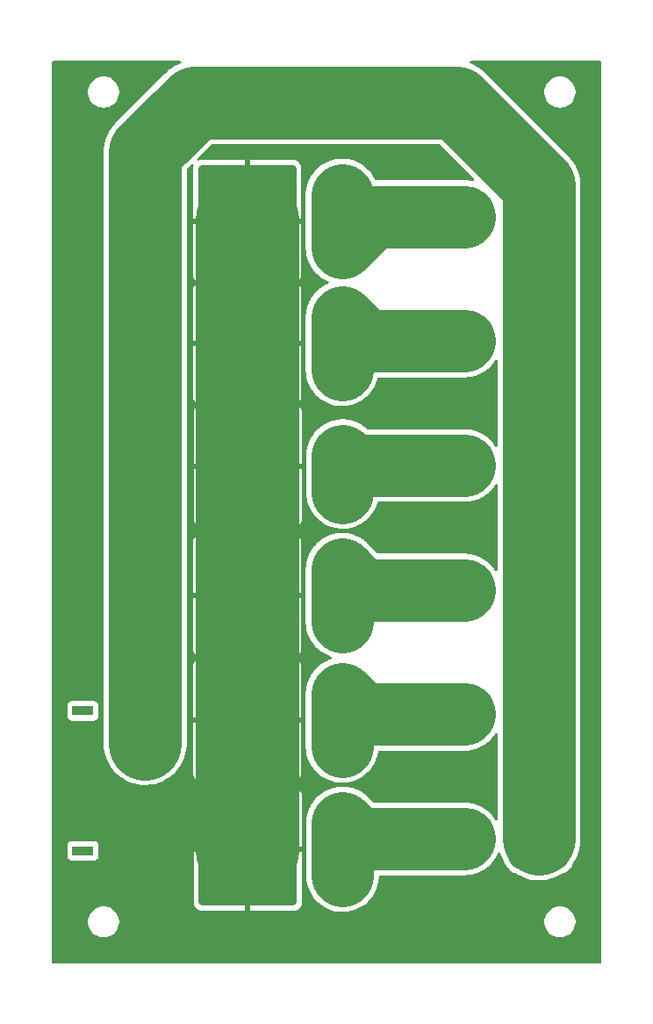
<source format=gtl>
G04 #@! TF.GenerationSoftware,KiCad,Pcbnew,7.0.1*
G04 #@! TF.CreationDate,2023-04-21T09:31:29-07:00*
G04 #@! TF.ProjectId,xt60_array,78743630-5f61-4727-9261-792e6b696361,rev?*
G04 #@! TF.SameCoordinates,Original*
G04 #@! TF.FileFunction,Copper,L1,Top*
G04 #@! TF.FilePolarity,Positive*
%FSLAX46Y46*%
G04 Gerber Fmt 4.6, Leading zero omitted, Abs format (unit mm)*
G04 Created by KiCad (PCBNEW 7.0.1) date 2023-04-21 09:31:29*
%MOMM*%
%LPD*%
G01*
G04 APERTURE LIST*
G04 Aperture macros list*
%AMRoundRect*
0 Rectangle with rounded corners*
0 $1 Rounding radius*
0 $2 $3 $4 $5 $6 $7 $8 $9 X,Y pos of 4 corners*
0 Add a 4 corners polygon primitive as box body*
4,1,4,$2,$3,$4,$5,$6,$7,$8,$9,$2,$3,0*
0 Add four circle primitives for the rounded corners*
1,1,$1+$1,$2,$3*
1,1,$1+$1,$4,$5*
1,1,$1+$1,$6,$7*
1,1,$1+$1,$8,$9*
0 Add four rect primitives between the rounded corners*
20,1,$1+$1,$2,$3,$4,$5,0*
20,1,$1+$1,$4,$5,$6,$7,0*
20,1,$1+$1,$6,$7,$8,$9,0*
20,1,$1+$1,$8,$9,$2,$3,0*%
G04 Aperture macros list end*
G04 #@! TA.AperFunction,SMDPad,CuDef*
%ADD10RoundRect,0.250000X4.450000X5.150000X-4.450000X5.150000X-4.450000X-5.150000X4.450000X-5.150000X0*%
G04 #@! TD*
G04 #@! TA.AperFunction,SMDPad,CuDef*
%ADD11RoundRect,0.275000X2.025000X0.275000X-2.025000X0.275000X-2.025000X-0.275000X2.025000X-0.275000X0*%
G04 #@! TD*
G04 #@! TA.AperFunction,ComponentPad*
%ADD12RoundRect,1.500000X1.500000X1.500000X-1.500000X1.500000X-1.500000X-1.500000X1.500000X-1.500000X0*%
G04 #@! TD*
G04 #@! TA.AperFunction,ComponentPad*
%ADD13C,6.000000*%
G04 #@! TD*
G04 #@! TA.AperFunction,ComponentPad*
%ADD14R,2.000000X0.900000*%
G04 #@! TD*
G04 #@! TA.AperFunction,ComponentPad*
%ADD15RoundRect,1.025000X1.025000X-1.025000X1.025000X1.025000X-1.025000X1.025000X-1.025000X-1.025000X0*%
G04 #@! TD*
G04 #@! TA.AperFunction,ComponentPad*
%ADD16C,4.100000*%
G04 #@! TD*
G04 #@! TA.AperFunction,ViaPad*
%ADD17C,2.000000*%
G04 #@! TD*
G04 #@! TA.AperFunction,ViaPad*
%ADD18C,3.000000*%
G04 #@! TD*
G04 #@! TA.AperFunction,Conductor*
%ADD19C,6.000000*%
G04 #@! TD*
G04 #@! TA.AperFunction,Conductor*
%ADD20C,10.000000*%
G04 #@! TD*
G04 #@! TA.AperFunction,Conductor*
%ADD21C,7.000000*%
G04 #@! TD*
G04 APERTURE END LIST*
D10*
X160900000Y-129000000D03*
D11*
X170050000Y-131540000D03*
X170050000Y-126460000D03*
D12*
X189000000Y-104000000D03*
D13*
X181800000Y-104000000D03*
D12*
X189000000Y-92000000D03*
D13*
X181800000Y-92000000D03*
D10*
X160850000Y-104540000D03*
D11*
X170000000Y-107080000D03*
X170000000Y-102000000D03*
D12*
X189000000Y-68000000D03*
D13*
X181800000Y-68000000D03*
D10*
X160850000Y-68460000D03*
D11*
X170000000Y-71000000D03*
X170000000Y-65920000D03*
D10*
X160850000Y-116540000D03*
D11*
X170000000Y-119080000D03*
X170000000Y-114000000D03*
D10*
X160850000Y-80225000D03*
D11*
X170000000Y-82765000D03*
X170000000Y-77685000D03*
D14*
X145000000Y-129150000D03*
X145000000Y-115650000D03*
D15*
X151000000Y-118800000D03*
D16*
X151000000Y-126000000D03*
D12*
X189000000Y-80000000D03*
D13*
X181800000Y-80000000D03*
D12*
X189000000Y-116000000D03*
D13*
X181800000Y-116000000D03*
D10*
X160900000Y-92050000D03*
D11*
X170050000Y-94590000D03*
X170050000Y-89510000D03*
D12*
X189000000Y-128000000D03*
D13*
X181800000Y-128000000D03*
D17*
X155000000Y-126000000D03*
D18*
X175000000Y-128000000D03*
X175000000Y-68000000D03*
X175000000Y-80000000D03*
X175000000Y-92000000D03*
X175000000Y-104000000D03*
X175000000Y-116000000D03*
D17*
X189000000Y-86000000D03*
X152000000Y-61000000D03*
X151000000Y-99000000D03*
X189000000Y-122000000D03*
X189000000Y-74000000D03*
X151000000Y-89000000D03*
X169000000Y-57000000D03*
X151000000Y-70000000D03*
X178000000Y-57000000D03*
X151000000Y-80000000D03*
X185000000Y-61000000D03*
X160000000Y-57000000D03*
X189000000Y-110000000D03*
X151000000Y-108000000D03*
X189000000Y-98000000D03*
D19*
X159675000Y-118000000D02*
X160900000Y-116775000D01*
X151000000Y-126000000D02*
X159675000Y-126000000D01*
D20*
X160900000Y-129000000D02*
X160850000Y-68460000D01*
D19*
X170050000Y-126460000D02*
X170050000Y-131540000D01*
X181800000Y-128000000D02*
X171590000Y-128000000D01*
X171590000Y-128000000D02*
X170050000Y-126460000D01*
X181800000Y-68000000D02*
X173000000Y-68000000D01*
X173000000Y-68000000D02*
X170000000Y-71000000D01*
X170000000Y-71000000D02*
X170000000Y-65920000D01*
X175000000Y-68000000D02*
X173000000Y-68000000D01*
X181800000Y-80000000D02*
X172315000Y-80000000D01*
X172315000Y-80000000D02*
X170000000Y-77685000D01*
X170000000Y-77685000D02*
X170000000Y-82765000D01*
X181800000Y-92000000D02*
X171000000Y-92000000D01*
X170050000Y-91050000D02*
X170050000Y-94590000D01*
X171000000Y-92000000D02*
X170050000Y-91050000D01*
X170000000Y-102000000D02*
X170000000Y-107080000D01*
X181800000Y-104000000D02*
X172000000Y-104000000D01*
X172000000Y-104000000D02*
X170000000Y-102000000D01*
X170000000Y-114000000D02*
X170000000Y-119080000D01*
X172000000Y-116000000D02*
X170000000Y-114000000D01*
X181800000Y-116000000D02*
X172000000Y-116000000D01*
D21*
X151000000Y-61781014D02*
X151000000Y-118800000D01*
X189000000Y-92000000D02*
X189000000Y-80000000D01*
X181000000Y-57000000D02*
X178000000Y-57000000D01*
X189000000Y-68000000D02*
X189000000Y-65000000D01*
X189000000Y-65000000D02*
X181000000Y-57000000D01*
X155781014Y-57000000D02*
X151000000Y-61781014D01*
X189000000Y-116000000D02*
X189000000Y-104000000D01*
X180558074Y-57000000D02*
X155781014Y-57000000D01*
X189000000Y-80000000D02*
X189000000Y-68000000D01*
X189000000Y-128000000D02*
X189000000Y-116000000D01*
X189000000Y-104000000D02*
X189000000Y-92000000D01*
G04 #@! TA.AperFunction,Conductor*
G36*
X154426976Y-53018854D02*
G01*
X154472679Y-53068481D01*
X154485634Y-53134692D01*
X154462007Y-53197885D01*
X154408791Y-53239355D01*
X154344611Y-53265471D01*
X154340286Y-53267137D01*
X154225149Y-53309044D01*
X154161107Y-53339884D01*
X154154049Y-53343016D01*
X154088224Y-53369803D01*
X153979910Y-53427048D01*
X153975773Y-53429136D01*
X153865382Y-53482299D01*
X153804735Y-53519358D01*
X153798024Y-53523177D01*
X153735180Y-53556392D01*
X153633084Y-53624150D01*
X153629176Y-53626640D01*
X153524646Y-53690518D01*
X153467996Y-53733427D01*
X153461699Y-53737896D01*
X153402478Y-53777201D01*
X153307637Y-53854787D01*
X153303995Y-53857654D01*
X153206344Y-53931622D01*
X153154248Y-53979960D01*
X153148423Y-53985036D01*
X153093415Y-54030036D01*
X153006762Y-54116688D01*
X153003424Y-54119902D01*
X152913627Y-54203223D01*
X152866596Y-54256514D01*
X152861306Y-54262144D01*
X148189447Y-58934004D01*
X148188348Y-58935089D01*
X148063783Y-59056588D01*
X147985010Y-59150465D01*
X147981964Y-59153959D01*
X147899766Y-59244793D01*
X147857569Y-59301966D01*
X147852793Y-59308033D01*
X147807098Y-59362491D01*
X147738080Y-59463723D01*
X147735398Y-59467504D01*
X147662644Y-59566083D01*
X147626349Y-59627175D01*
X147622198Y-59633691D01*
X147582160Y-59692417D01*
X147523567Y-59800010D01*
X147521274Y-59804039D01*
X147458697Y-59909371D01*
X147428657Y-59973792D01*
X147425176Y-59980687D01*
X147391189Y-60043099D01*
X147343595Y-60156005D01*
X147341715Y-60160242D01*
X147289936Y-60271282D01*
X147266464Y-60338359D01*
X147263687Y-60345565D01*
X147236083Y-60411052D01*
X147199964Y-60528143D01*
X147198515Y-60532544D01*
X147158053Y-60648183D01*
X147141379Y-60717255D01*
X147139333Y-60724705D01*
X147118380Y-60792631D01*
X147094105Y-60912712D01*
X147093102Y-60917237D01*
X147064350Y-61036345D01*
X147054633Y-61106756D01*
X147053339Y-61114371D01*
X147039258Y-61184026D01*
X147027059Y-61305940D01*
X147026511Y-61310543D01*
X147009762Y-61431915D01*
X147007105Y-61502926D01*
X147006576Y-61510634D01*
X146999500Y-61581356D01*
X146999500Y-61703882D01*
X146999413Y-61708519D01*
X146994831Y-61830946D01*
X146999259Y-61901876D01*
X146999500Y-61909601D01*
X146999500Y-118899761D01*
X147014425Y-119198819D01*
X147073938Y-119593665D01*
X147172473Y-119980637D01*
X147309047Y-120355869D01*
X147482302Y-120715636D01*
X147690518Y-121056368D01*
X147931627Y-121374675D01*
X148070576Y-121524426D01*
X148203227Y-121667390D01*
X148357156Y-121803233D01*
X148502628Y-121931613D01*
X148669668Y-122051706D01*
X148826842Y-122164706D01*
X149172658Y-122364363D01*
X149536634Y-122528595D01*
X149915154Y-122655771D01*
X150304456Y-122744627D01*
X150700670Y-122794279D01*
X150990989Y-122801518D01*
X151099856Y-122804234D01*
X151099856Y-122804233D01*
X151099859Y-122804234D01*
X151498056Y-122774393D01*
X151666868Y-122744627D01*
X151891305Y-122705053D01*
X152147562Y-122632952D01*
X152275692Y-122596903D01*
X152647402Y-122451018D01*
X153002739Y-122268847D01*
X153338173Y-122052201D01*
X153650369Y-121803233D01*
X153650369Y-121803232D01*
X153650374Y-121803229D01*
X153936216Y-121524426D01*
X153936216Y-121524424D01*
X153936224Y-121524418D01*
X154192898Y-121218526D01*
X154417839Y-120888598D01*
X154608812Y-120537912D01*
X154763919Y-120169955D01*
X154881619Y-119788382D01*
X154960741Y-119396986D01*
X155000500Y-118999657D01*
X155000500Y-116790000D01*
X155650001Y-116790000D01*
X155650001Y-121739979D01*
X155660493Y-121842695D01*
X155715642Y-122009122D01*
X155807683Y-122158345D01*
X155931654Y-122282316D01*
X156080877Y-122374357D01*
X156247303Y-122429506D01*
X156350021Y-122440000D01*
X160600000Y-122440000D01*
X160600000Y-116790000D01*
X161100000Y-116790000D01*
X161100000Y-122439999D01*
X165349979Y-122439999D01*
X165452695Y-122429506D01*
X165619122Y-122374357D01*
X165768345Y-122282316D01*
X165892316Y-122158345D01*
X165984357Y-122009122D01*
X166039506Y-121842696D01*
X166050000Y-121739979D01*
X166050000Y-116790000D01*
X161100000Y-116790000D01*
X160600000Y-116790000D01*
X155650001Y-116790000D01*
X155000500Y-116790000D01*
X155000500Y-116290000D01*
X155650000Y-116290000D01*
X166049999Y-116290000D01*
X166049999Y-111340021D01*
X166039506Y-111237304D01*
X165984357Y-111070877D01*
X165892316Y-110921654D01*
X165768345Y-110797683D01*
X165619123Y-110705643D01*
X165474459Y-110657705D01*
X165422775Y-110624566D01*
X165393324Y-110570696D01*
X165393324Y-110509301D01*
X165422776Y-110455431D01*
X165474461Y-110422293D01*
X165619121Y-110374358D01*
X165768345Y-110282316D01*
X165892316Y-110158345D01*
X165984357Y-110009122D01*
X166039506Y-109842696D01*
X166050000Y-109739979D01*
X166050000Y-104790000D01*
X155650001Y-104790000D01*
X155650001Y-109739979D01*
X155660493Y-109842695D01*
X155715642Y-110009122D01*
X155807683Y-110158345D01*
X155931654Y-110282316D01*
X156080877Y-110374357D01*
X156225539Y-110422294D01*
X156277223Y-110455433D01*
X156306675Y-110509302D01*
X156306675Y-110570698D01*
X156277223Y-110624567D01*
X156225539Y-110657706D01*
X156080877Y-110705642D01*
X155931654Y-110797683D01*
X155807683Y-110921654D01*
X155715642Y-111070877D01*
X155660493Y-111237303D01*
X155650000Y-111340021D01*
X155650000Y-116290000D01*
X155000500Y-116290000D01*
X155000500Y-104290000D01*
X155650000Y-104290000D01*
X160600000Y-104290000D01*
X160600000Y-98640001D01*
X156350021Y-98640001D01*
X156247304Y-98650493D01*
X156080877Y-98705642D01*
X155931654Y-98797683D01*
X155807683Y-98921654D01*
X155715642Y-99070877D01*
X155660493Y-99237303D01*
X155650000Y-99340021D01*
X155650000Y-104290000D01*
X155000500Y-104290000D01*
X155000500Y-98640000D01*
X161100000Y-98640000D01*
X161100000Y-104290000D01*
X166049999Y-104290000D01*
X166049999Y-99340021D01*
X166039506Y-99237304D01*
X165984357Y-99070877D01*
X165892316Y-98921654D01*
X165768345Y-98797683D01*
X165619122Y-98705642D01*
X165452696Y-98650493D01*
X165349979Y-98640000D01*
X161100000Y-98640000D01*
X155000500Y-98640000D01*
X155000500Y-92300000D01*
X155700001Y-92300000D01*
X155700001Y-97249979D01*
X155710493Y-97352695D01*
X155765642Y-97519122D01*
X155857683Y-97668345D01*
X155981654Y-97792316D01*
X156130877Y-97884357D01*
X156297303Y-97939506D01*
X156400021Y-97950000D01*
X160650000Y-97950000D01*
X160650000Y-92300000D01*
X161150000Y-92300000D01*
X161150000Y-97949999D01*
X165399979Y-97949999D01*
X165502695Y-97939506D01*
X165669122Y-97884357D01*
X165818345Y-97792316D01*
X165942316Y-97668345D01*
X166034357Y-97519122D01*
X166089506Y-97352696D01*
X166100000Y-97249979D01*
X166100000Y-92300000D01*
X161150000Y-92300000D01*
X160650000Y-92300000D01*
X155700001Y-92300000D01*
X155000500Y-92300000D01*
X155000500Y-80475000D01*
X155650001Y-80475000D01*
X155650001Y-85424979D01*
X155660493Y-85527695D01*
X155715642Y-85694122D01*
X155807683Y-85843345D01*
X155931653Y-85967315D01*
X156061461Y-86047381D01*
X156104641Y-86092488D01*
X156120364Y-86152920D01*
X156104641Y-86213352D01*
X156061461Y-86258459D01*
X155981653Y-86307684D01*
X155857683Y-86431654D01*
X155765642Y-86580877D01*
X155710493Y-86747303D01*
X155700000Y-86850021D01*
X155700000Y-91800000D01*
X160650000Y-91800000D01*
X160650000Y-86165000D01*
X160636319Y-86151319D01*
X160609439Y-86111091D01*
X160600000Y-86063638D01*
X160600000Y-80475000D01*
X161100000Y-80475000D01*
X161100000Y-86110000D01*
X161113681Y-86123681D01*
X161140561Y-86163909D01*
X161150000Y-86211362D01*
X161150000Y-91800000D01*
X166099999Y-91800000D01*
X166099999Y-86850021D01*
X166089506Y-86747304D01*
X166034357Y-86580877D01*
X165942316Y-86431654D01*
X165818346Y-86307684D01*
X165688538Y-86227618D01*
X165645357Y-86182510D01*
X165629635Y-86122078D01*
X165645358Y-86061646D01*
X165688540Y-86016539D01*
X165768346Y-85967315D01*
X165892316Y-85843345D01*
X165984357Y-85694122D01*
X166039506Y-85527696D01*
X166050000Y-85424979D01*
X166050000Y-80475000D01*
X161100000Y-80475000D01*
X160600000Y-80475000D01*
X155650001Y-80475000D01*
X155000500Y-80475000D01*
X155000500Y-79975000D01*
X155650000Y-79975000D01*
X160600000Y-79975000D01*
X160600000Y-68710000D01*
X161100000Y-68710000D01*
X161100000Y-79975000D01*
X166049999Y-79975000D01*
X166049999Y-75025021D01*
X166039506Y-74922304D01*
X165984357Y-74755877D01*
X165892316Y-74606654D01*
X165768345Y-74482683D01*
X165712177Y-74448039D01*
X165668996Y-74402932D01*
X165653273Y-74342500D01*
X165668996Y-74282068D01*
X165712177Y-74236961D01*
X165768345Y-74202316D01*
X165892316Y-74078345D01*
X165984357Y-73929122D01*
X166039506Y-73762696D01*
X166050000Y-73659979D01*
X166050000Y-68710000D01*
X161100000Y-68710000D01*
X160600000Y-68710000D01*
X155650001Y-68710000D01*
X155650001Y-73659979D01*
X155660493Y-73762695D01*
X155715642Y-73929122D01*
X155807683Y-74078345D01*
X155931653Y-74202315D01*
X155987823Y-74236961D01*
X156031003Y-74282068D01*
X156046726Y-74342500D01*
X156031003Y-74402932D01*
X155987823Y-74448039D01*
X155931653Y-74482684D01*
X155807683Y-74606654D01*
X155715642Y-74755877D01*
X155660493Y-74922303D01*
X155650000Y-75025021D01*
X155650000Y-79975000D01*
X155000500Y-79975000D01*
X155000500Y-63489437D01*
X155009939Y-63441984D01*
X155036819Y-63401756D01*
X155243845Y-63194730D01*
X155478476Y-62960098D01*
X155535457Y-62927641D01*
X155601027Y-62928785D01*
X155656843Y-62963213D01*
X155687293Y-63021295D01*
X155683861Y-63086784D01*
X155660493Y-63157302D01*
X155650000Y-63260021D01*
X155650000Y-68210000D01*
X160600000Y-68210000D01*
X160600000Y-62560001D01*
X156350021Y-62560001D01*
X156247302Y-62570493D01*
X156176784Y-62593861D01*
X156111294Y-62597293D01*
X156053213Y-62566843D01*
X156048992Y-62560000D01*
X161100000Y-62560000D01*
X161100000Y-68210000D01*
X166049999Y-68210000D01*
X166049999Y-63260021D01*
X166039506Y-63157304D01*
X165984357Y-62990877D01*
X165892316Y-62841654D01*
X165768345Y-62717683D01*
X165619122Y-62625642D01*
X165452696Y-62570493D01*
X165349979Y-62560000D01*
X161100000Y-62560000D01*
X156048992Y-62560000D01*
X156018785Y-62511027D01*
X156017641Y-62445457D01*
X156050098Y-62388477D01*
X157401756Y-61036819D01*
X157441985Y-61009939D01*
X157489438Y-61000500D01*
X177800343Y-61000500D01*
X179291577Y-61000500D01*
X179339030Y-61009939D01*
X179379258Y-61036819D01*
X182727401Y-64384962D01*
X182759495Y-64440549D01*
X182759495Y-64504737D01*
X182727401Y-64560324D01*
X182671813Y-64592418D01*
X182607626Y-64592418D01*
X182528788Y-64571293D01*
X182447694Y-64558449D01*
X182440882Y-64557174D01*
X182357591Y-64539161D01*
X182263259Y-64529077D01*
X182257043Y-64528253D01*
X182166407Y-64513898D01*
X182081197Y-64509432D01*
X182074508Y-64508900D01*
X182035561Y-64504737D01*
X181986569Y-64499500D01*
X181986567Y-64499500D01*
X181894914Y-64499500D01*
X181888425Y-64499330D01*
X181800000Y-64494696D01*
X181711575Y-64499330D01*
X181705086Y-64499500D01*
X173282059Y-64499500D01*
X173217692Y-64481485D01*
X173172029Y-64432678D01*
X173020150Y-64140394D01*
X173008709Y-64123148D01*
X172813881Y-63829454D01*
X172687547Y-63677074D01*
X172575727Y-63542200D01*
X172308391Y-63281887D01*
X172308388Y-63281884D01*
X172014900Y-63051466D01*
X171698581Y-62853547D01*
X171363009Y-62690368D01*
X171011999Y-62563787D01*
X170649526Y-62475232D01*
X170402966Y-62442215D01*
X170279688Y-62425707D01*
X170186436Y-62423223D01*
X169906685Y-62415774D01*
X169906683Y-62415774D01*
X169627722Y-62438102D01*
X169534734Y-62445545D01*
X169377291Y-62475232D01*
X169168059Y-62514684D01*
X169168056Y-62514684D01*
X169168055Y-62514685D01*
X168810813Y-62622403D01*
X168467032Y-62767490D01*
X168140628Y-62948292D01*
X167835281Y-63162772D01*
X167554477Y-63408481D01*
X167301367Y-63682659D01*
X167078849Y-63982169D01*
X166889414Y-64303657D01*
X166735229Y-64643449D01*
X166618037Y-64997699D01*
X166539162Y-65362404D01*
X166499500Y-65733435D01*
X166499500Y-70831010D01*
X166498962Y-70842548D01*
X166497326Y-70860043D01*
X166499489Y-71022480D01*
X166499500Y-71024130D01*
X166499500Y-71093223D01*
X166500607Y-71114005D01*
X166500772Y-71118950D01*
X166502293Y-71233152D01*
X166510170Y-71298591D01*
X166510883Y-71306808D01*
X166514390Y-71372602D01*
X166532550Y-71485320D01*
X166533239Y-71490220D01*
X166546891Y-71603611D01*
X166561680Y-71667849D01*
X166563262Y-71675943D01*
X166573744Y-71740998D01*
X166603784Y-71851152D01*
X166604991Y-71855952D01*
X166630614Y-71967236D01*
X166652145Y-72029528D01*
X166654579Y-72037410D01*
X166671917Y-72100985D01*
X166713496Y-72207325D01*
X166715207Y-72211971D01*
X166752512Y-72319899D01*
X166780549Y-72379563D01*
X166783798Y-72387121D01*
X166807799Y-72448502D01*
X166807800Y-72448504D01*
X166860452Y-72549832D01*
X166862646Y-72554269D01*
X166911207Y-72657606D01*
X166945414Y-72713932D01*
X166949459Y-72721121D01*
X166979853Y-72779611D01*
X167042968Y-72874755D01*
X167045623Y-72878934D01*
X167104901Y-72976541D01*
X167144904Y-73028913D01*
X167149692Y-73035634D01*
X167186120Y-73090547D01*
X167259010Y-73178465D01*
X167262063Y-73182301D01*
X167331393Y-73273070D01*
X167376742Y-73320901D01*
X167382215Y-73327072D01*
X167405514Y-73355174D01*
X167424273Y-73377800D01*
X167506086Y-73457464D01*
X167509516Y-73460938D01*
X167588123Y-73543847D01*
X167588127Y-73543851D01*
X167607737Y-73560554D01*
X167638298Y-73586585D01*
X167644390Y-73592134D01*
X167691605Y-73638110D01*
X167691609Y-73638113D01*
X167781423Y-73708626D01*
X167785231Y-73711741D01*
X167872181Y-73785803D01*
X167926643Y-73822985D01*
X167933250Y-73827825D01*
X167985101Y-73868534D01*
X168081929Y-73929119D01*
X168086026Y-73931797D01*
X168180349Y-73996193D01*
X168238413Y-74027353D01*
X168245542Y-74031490D01*
X168301422Y-74066454D01*
X168301424Y-74066455D01*
X168404121Y-74116393D01*
X168408514Y-74118639D01*
X168457118Y-74144722D01*
X168509134Y-74172638D01*
X168570191Y-74197454D01*
X168577729Y-74200814D01*
X168642322Y-74232224D01*
X168693433Y-74278317D01*
X168712092Y-74344564D01*
X168692552Y-74410557D01*
X168640831Y-74455965D01*
X168576737Y-74486083D01*
X168572216Y-74488098D01*
X168467032Y-74532489D01*
X168409375Y-74564427D01*
X168402031Y-74568182D01*
X168342392Y-74596207D01*
X168244799Y-74655476D01*
X168240520Y-74657959D01*
X168140621Y-74713297D01*
X168086699Y-74751171D01*
X168079797Y-74755684D01*
X168023460Y-74789899D01*
X167932696Y-74859224D01*
X167928705Y-74862149D01*
X167835284Y-74927770D01*
X167785701Y-74971157D01*
X167779314Y-74976381D01*
X167726934Y-75016388D01*
X167676620Y-75064092D01*
X167644034Y-75094987D01*
X167640394Y-75098302D01*
X167554476Y-75173482D01*
X167509777Y-75221900D01*
X167503986Y-75227769D01*
X167456148Y-75273127D01*
X167382088Y-75360073D01*
X167378804Y-75363776D01*
X167301373Y-75447652D01*
X167262073Y-75500549D01*
X167256936Y-75507003D01*
X167214198Y-75557179D01*
X167149809Y-75651491D01*
X167146937Y-75655522D01*
X167078845Y-75747176D01*
X167045382Y-75803963D01*
X167040962Y-75810925D01*
X167003803Y-75865355D01*
X166949813Y-75965958D01*
X166947386Y-75970272D01*
X166889414Y-76068657D01*
X166862187Y-76128659D01*
X166858530Y-76136054D01*
X166827363Y-76194129D01*
X166784361Y-76299932D01*
X166782407Y-76304479D01*
X166735231Y-76408447D01*
X166735229Y-76408451D01*
X166735227Y-76408457D01*
X166714534Y-76471005D01*
X166711685Y-76478744D01*
X166686867Y-76539809D01*
X166655361Y-76649557D01*
X166653901Y-76654286D01*
X166618037Y-76762700D01*
X166604106Y-76827114D01*
X166602095Y-76835113D01*
X166583911Y-76898459D01*
X166564249Y-77010940D01*
X166563299Y-77015799D01*
X166539161Y-77127411D01*
X166532156Y-77192938D01*
X166531007Y-77201107D01*
X166519659Y-77266029D01*
X166512066Y-77379928D01*
X166511639Y-77384858D01*
X166499500Y-77498433D01*
X166499500Y-77564350D01*
X166499225Y-77572598D01*
X166494842Y-77638334D01*
X166499401Y-77752413D01*
X166499500Y-77757364D01*
X166499500Y-82858218D01*
X166514390Y-83137607D01*
X166573743Y-83505994D01*
X166575650Y-83512985D01*
X166671917Y-83865986D01*
X166807799Y-84213502D01*
X166979850Y-84544606D01*
X166979853Y-84544610D01*
X167186118Y-84855545D01*
X167186120Y-84855547D01*
X167424273Y-85142800D01*
X167561597Y-85276516D01*
X167691611Y-85403115D01*
X167985099Y-85633533D01*
X168301418Y-85831452D01*
X168636990Y-85994631D01*
X168987999Y-86121211D01*
X168988000Y-86121212D01*
X169350476Y-86209768D01*
X169720312Y-86259293D01*
X170093317Y-86269226D01*
X170465265Y-86239455D01*
X170831941Y-86170316D01*
X171189191Y-86062595D01*
X171532967Y-85917510D01*
X171859374Y-85736706D01*
X172164713Y-85522231D01*
X172445525Y-85276516D01*
X172698628Y-85002345D01*
X172921155Y-84702823D01*
X173110584Y-84381345D01*
X173264769Y-84041553D01*
X173381963Y-83687298D01*
X173401213Y-83598288D01*
X173424879Y-83547927D01*
X173468185Y-83512985D01*
X173522411Y-83500500D01*
X181705086Y-83500500D01*
X181711575Y-83500670D01*
X181715438Y-83500872D01*
X181800000Y-83505304D01*
X181884561Y-83500872D01*
X181888425Y-83500670D01*
X181891576Y-83500587D01*
X181893208Y-83500500D01*
X181893213Y-83500500D01*
X181984132Y-83495654D01*
X182166404Y-83486102D01*
X182166412Y-83486100D01*
X182171062Y-83485857D01*
X182172597Y-83485609D01*
X182172608Y-83485609D01*
X182351871Y-83456726D01*
X182528794Y-83428705D01*
X182528800Y-83428703D01*
X182530349Y-83428458D01*
X182539572Y-83426485D01*
X182540995Y-83426256D01*
X182713134Y-83379311D01*
X182713514Y-83379208D01*
X182883199Y-83333742D01*
X182884665Y-83333178D01*
X182896479Y-83329312D01*
X182898357Y-83328799D01*
X182900986Y-83328083D01*
X183064432Y-83264173D01*
X183064639Y-83264093D01*
X183225736Y-83202255D01*
X183230027Y-83200068D01*
X183241137Y-83195080D01*
X183248502Y-83192201D01*
X183401250Y-83112827D01*
X183401861Y-83112513D01*
X183552652Y-83035682D01*
X183559380Y-83031312D01*
X183569717Y-83025287D01*
X183579606Y-83020150D01*
X183720480Y-82926697D01*
X183721144Y-82926261D01*
X183860366Y-82835851D01*
X183869102Y-82828775D01*
X183878585Y-82821814D01*
X183890547Y-82813880D01*
X184018074Y-82708149D01*
X184019123Y-82707291D01*
X184048515Y-82683489D01*
X184145506Y-82604949D01*
X184155741Y-82594712D01*
X184164268Y-82586944D01*
X184177800Y-82575727D01*
X184291145Y-82459322D01*
X184292233Y-82458221D01*
X184404944Y-82345511D01*
X184404944Y-82345510D01*
X184404949Y-82345506D01*
X184416081Y-82331757D01*
X184423609Y-82323285D01*
X184438113Y-82308391D01*
X184536451Y-82183134D01*
X184537541Y-82181766D01*
X184635851Y-82060366D01*
X184647245Y-82042819D01*
X184653709Y-82033781D01*
X184668534Y-82014899D01*
X184751334Y-81882564D01*
X184752361Y-81880954D01*
X184771506Y-81851473D01*
X184818054Y-81809121D01*
X184879397Y-81795072D01*
X184939736Y-81812946D01*
X184983531Y-81858139D01*
X184999500Y-81919011D01*
X184999500Y-90072662D01*
X184983971Y-90132746D01*
X184941272Y-90177781D01*
X184882099Y-90196486D01*
X184821273Y-90184176D01*
X184774030Y-90143935D01*
X184762626Y-90127700D01*
X184702367Y-90041910D01*
X184699842Y-90038172D01*
X184687577Y-90019286D01*
X184679257Y-90006473D01*
X184635853Y-89939636D01*
X184598353Y-89893328D01*
X184593256Y-89886574D01*
X184557231Y-89835287D01*
X184479909Y-89746920D01*
X184476888Y-89743331D01*
X184404949Y-89654494D01*
X184360544Y-89610089D01*
X184354907Y-89604064D01*
X184311518Y-89554477D01*
X184227616Y-89477022D01*
X184224046Y-89473591D01*
X184145508Y-89395053D01*
X184094202Y-89353506D01*
X184088127Y-89348252D01*
X184037343Y-89301370D01*
X183948285Y-89235205D01*
X183944200Y-89232036D01*
X183860362Y-89164146D01*
X183802292Y-89126435D01*
X183795888Y-89121984D01*
X183737823Y-89078845D01*
X183737818Y-89078841D01*
X183644986Y-89024140D01*
X183640402Y-89021303D01*
X183552656Y-88964319D01*
X183502487Y-88938757D01*
X183488080Y-88931416D01*
X183481432Y-88927768D01*
X183416345Y-88889415D01*
X183321186Y-88846235D01*
X183316131Y-88843802D01*
X183225739Y-88797746D01*
X183155077Y-88770621D01*
X183148277Y-88767776D01*
X183076550Y-88735229D01*
X182980384Y-88703416D01*
X182974893Y-88701455D01*
X182883197Y-88666256D01*
X182806986Y-88645835D01*
X182800136Y-88643787D01*
X182768130Y-88633199D01*
X182722298Y-88618037D01*
X182722295Y-88618036D01*
X182722294Y-88618036D01*
X182626426Y-88597302D01*
X182620545Y-88595879D01*
X182528791Y-88571293D01*
X182447694Y-88558449D01*
X182440882Y-88557174D01*
X182357591Y-88539161D01*
X182263259Y-88529077D01*
X182257043Y-88528253D01*
X182166407Y-88513898D01*
X182081197Y-88509432D01*
X182074508Y-88508900D01*
X182038257Y-88505025D01*
X181986569Y-88499500D01*
X181986567Y-88499500D01*
X181894914Y-88499500D01*
X181888425Y-88499330D01*
X181800000Y-88494696D01*
X181711575Y-88499330D01*
X181705086Y-88499500D01*
X172498766Y-88499500D01*
X172452077Y-88490374D01*
X172412260Y-88464341D01*
X172407770Y-88459969D01*
X172358391Y-88411887D01*
X172306546Y-88371184D01*
X172300232Y-88365878D01*
X172270190Y-88338876D01*
X172251224Y-88321829D01*
X172211002Y-88292769D01*
X172158682Y-88254968D01*
X172154729Y-88251990D01*
X172064899Y-88181465D01*
X172009018Y-88146501D01*
X172002172Y-88141894D01*
X171969854Y-88118545D01*
X171948766Y-88103309D01*
X171849638Y-88046662D01*
X171845409Y-88044132D01*
X171806595Y-88019847D01*
X171748573Y-87983542D01*
X171689309Y-87954725D01*
X171682011Y-87950871D01*
X171624794Y-87918174D01*
X171520194Y-87872379D01*
X171515700Y-87870304D01*
X171413014Y-87820371D01*
X171351008Y-87798010D01*
X171343345Y-87794954D01*
X171282982Y-87768527D01*
X171174105Y-87734109D01*
X171169417Y-87732523D01*
X171062004Y-87693788D01*
X170997982Y-87678147D01*
X170990040Y-87675924D01*
X170927198Y-87656060D01*
X170815282Y-87633411D01*
X170810449Y-87632332D01*
X170699527Y-87605232D01*
X170634200Y-87596484D01*
X170626063Y-87595117D01*
X170561475Y-87582046D01*
X170447777Y-87571420D01*
X170442859Y-87570861D01*
X170329688Y-87555707D01*
X170263800Y-87553951D01*
X170255568Y-87553457D01*
X170189958Y-87547326D01*
X170075779Y-87548846D01*
X170070829Y-87548813D01*
X169956685Y-87545773D01*
X169890993Y-87551031D01*
X169882753Y-87551415D01*
X169816847Y-87552293D01*
X169703485Y-87565939D01*
X169698562Y-87566433D01*
X169652121Y-87570150D01*
X169584735Y-87575545D01*
X169584730Y-87575545D01*
X169584729Y-87575546D01*
X169519974Y-87587755D01*
X169511823Y-87589013D01*
X169477340Y-87593164D01*
X169446389Y-87596891D01*
X169414959Y-87604127D01*
X169335102Y-87622513D01*
X169330259Y-87623526D01*
X169218060Y-87644683D01*
X169154958Y-87663709D01*
X169146988Y-87665826D01*
X169082762Y-87680615D01*
X168974834Y-87717919D01*
X168970125Y-87719442D01*
X168860809Y-87752404D01*
X168800095Y-87778027D01*
X168792393Y-87780980D01*
X168730098Y-87802513D01*
X168626737Y-87851083D01*
X168622216Y-87853098D01*
X168517032Y-87897489D01*
X168459375Y-87929427D01*
X168452031Y-87933182D01*
X168392392Y-87961207D01*
X168294799Y-88020476D01*
X168290520Y-88022959D01*
X168190621Y-88078297D01*
X168136699Y-88116171D01*
X168129797Y-88120684D01*
X168073460Y-88154899D01*
X167982696Y-88224224D01*
X167978705Y-88227149D01*
X167885284Y-88292770D01*
X167835701Y-88336157D01*
X167829314Y-88341381D01*
X167776934Y-88381388D01*
X167726620Y-88429092D01*
X167694034Y-88459987D01*
X167690394Y-88463302D01*
X167604476Y-88538482D01*
X167559777Y-88586900D01*
X167553986Y-88592769D01*
X167506148Y-88638127D01*
X167432088Y-88725073D01*
X167428804Y-88728776D01*
X167351373Y-88812652D01*
X167312073Y-88865549D01*
X167306936Y-88872003D01*
X167264198Y-88922179D01*
X167199809Y-89016491D01*
X167196937Y-89020522D01*
X167128845Y-89112176D01*
X167095382Y-89168963D01*
X167090962Y-89175925D01*
X167053803Y-89230355D01*
X166999813Y-89330958D01*
X166997386Y-89335272D01*
X166939414Y-89433657D01*
X166912187Y-89493659D01*
X166908530Y-89501054D01*
X166877363Y-89559129D01*
X166834361Y-89664932D01*
X166832407Y-89669479D01*
X166785231Y-89773447D01*
X166785229Y-89773451D01*
X166785227Y-89773457D01*
X166764534Y-89836005D01*
X166761685Y-89843744D01*
X166736867Y-89904809D01*
X166705361Y-90014557D01*
X166703901Y-90019286D01*
X166668037Y-90127700D01*
X166654106Y-90192114D01*
X166652095Y-90200113D01*
X166633911Y-90263459D01*
X166614249Y-90375940D01*
X166613299Y-90380799D01*
X166589161Y-90492411D01*
X166582156Y-90557938D01*
X166581007Y-90566107D01*
X166569659Y-90631029D01*
X166562066Y-90744928D01*
X166561639Y-90749858D01*
X166549500Y-90863433D01*
X166549500Y-90929350D01*
X166549225Y-90937598D01*
X166544842Y-91003334D01*
X166549401Y-91117413D01*
X166549500Y-91122364D01*
X166549500Y-94683218D01*
X166564390Y-94962607D01*
X166623743Y-95330994D01*
X166673187Y-95512298D01*
X166721917Y-95690986D01*
X166857799Y-96038502D01*
X167029850Y-96369606D01*
X167029853Y-96369610D01*
X167236118Y-96680545D01*
X167236120Y-96680547D01*
X167474273Y-96967800D01*
X167611597Y-97101516D01*
X167741611Y-97228115D01*
X168035099Y-97458533D01*
X168351418Y-97656452D01*
X168686990Y-97819631D01*
X169019404Y-97939506D01*
X169038000Y-97946212D01*
X169400476Y-98034768D01*
X169770312Y-98084293D01*
X170143317Y-98094226D01*
X170515265Y-98064455D01*
X170881941Y-97995316D01*
X171239191Y-97887595D01*
X171582967Y-97742510D01*
X171909374Y-97561706D01*
X172214713Y-97347231D01*
X172495525Y-97101516D01*
X172748628Y-96827345D01*
X172971155Y-96527823D01*
X173160584Y-96206345D01*
X173314769Y-95866553D01*
X173407729Y-95585554D01*
X173433599Y-95541201D01*
X173475220Y-95511131D01*
X173525454Y-95500500D01*
X181705086Y-95500500D01*
X181711575Y-95500670D01*
X181715438Y-95500872D01*
X181800000Y-95505304D01*
X181884561Y-95500872D01*
X181888425Y-95500670D01*
X181891576Y-95500587D01*
X181893208Y-95500500D01*
X181893213Y-95500500D01*
X181984132Y-95495654D01*
X182166404Y-95486102D01*
X182166412Y-95486100D01*
X182171062Y-95485857D01*
X182172597Y-95485609D01*
X182172608Y-95485609D01*
X182351871Y-95456726D01*
X182528794Y-95428705D01*
X182528800Y-95428703D01*
X182530349Y-95428458D01*
X182539572Y-95426485D01*
X182540995Y-95426256D01*
X182713134Y-95379311D01*
X182713514Y-95379208D01*
X182883199Y-95333742D01*
X182884665Y-95333178D01*
X182896479Y-95329312D01*
X182898357Y-95328799D01*
X182900986Y-95328083D01*
X183064432Y-95264173D01*
X183064639Y-95264093D01*
X183225736Y-95202255D01*
X183230027Y-95200068D01*
X183241137Y-95195080D01*
X183248502Y-95192201D01*
X183401250Y-95112827D01*
X183401861Y-95112513D01*
X183552652Y-95035682D01*
X183559380Y-95031312D01*
X183569717Y-95025287D01*
X183579606Y-95020150D01*
X183720480Y-94926697D01*
X183721144Y-94926261D01*
X183860366Y-94835851D01*
X183869102Y-94828775D01*
X183878585Y-94821814D01*
X183890547Y-94813880D01*
X184018074Y-94708149D01*
X184019123Y-94707291D01*
X184048857Y-94683213D01*
X184145506Y-94604949D01*
X184155741Y-94594712D01*
X184164268Y-94586944D01*
X184177800Y-94575727D01*
X184291145Y-94459322D01*
X184292233Y-94458221D01*
X184404944Y-94345511D01*
X184404944Y-94345510D01*
X184404949Y-94345506D01*
X184416081Y-94331757D01*
X184423609Y-94323285D01*
X184438113Y-94308391D01*
X184536451Y-94183134D01*
X184537541Y-94181766D01*
X184635851Y-94060366D01*
X184647245Y-94042819D01*
X184653709Y-94033781D01*
X184668534Y-94014899D01*
X184751334Y-93882564D01*
X184752361Y-93880954D01*
X184771506Y-93851473D01*
X184818054Y-93809121D01*
X184879397Y-93795072D01*
X184939736Y-93812946D01*
X184983531Y-93858139D01*
X184999500Y-93919011D01*
X184999500Y-102072662D01*
X184983971Y-102132746D01*
X184941272Y-102177781D01*
X184882099Y-102196486D01*
X184821273Y-102184176D01*
X184774030Y-102143935D01*
X184702367Y-102041910D01*
X184699842Y-102038172D01*
X184635853Y-101939636D01*
X184598353Y-101893328D01*
X184593256Y-101886574D01*
X184557231Y-101835287D01*
X184479909Y-101746920D01*
X184476888Y-101743331D01*
X184441684Y-101699858D01*
X184404949Y-101654494D01*
X184360544Y-101610089D01*
X184354907Y-101604064D01*
X184311518Y-101554477D01*
X184265558Y-101512049D01*
X184227616Y-101477022D01*
X184224046Y-101473591D01*
X184145508Y-101395053D01*
X184094202Y-101353506D01*
X184088127Y-101348252D01*
X184066593Y-101328373D01*
X184037345Y-101301372D01*
X184037343Y-101301370D01*
X183948285Y-101235205D01*
X183944200Y-101232036D01*
X183860362Y-101164146D01*
X183802292Y-101126435D01*
X183795888Y-101121984D01*
X183737823Y-101078845D01*
X183737818Y-101078841D01*
X183644986Y-101024140D01*
X183640402Y-101021303D01*
X183552656Y-100964319D01*
X183502487Y-100938757D01*
X183488080Y-100931416D01*
X183481432Y-100927768D01*
X183416345Y-100889415D01*
X183321186Y-100846235D01*
X183316131Y-100843802D01*
X183225739Y-100797746D01*
X183155077Y-100770621D01*
X183148277Y-100767776D01*
X183076550Y-100735229D01*
X182980384Y-100703416D01*
X182974893Y-100701455D01*
X182883197Y-100666256D01*
X182806986Y-100645835D01*
X182800136Y-100643787D01*
X182768130Y-100633199D01*
X182722298Y-100618037D01*
X182722295Y-100618036D01*
X182722294Y-100618036D01*
X182626426Y-100597302D01*
X182620545Y-100595879D01*
X182528791Y-100571293D01*
X182447694Y-100558449D01*
X182440882Y-100557174D01*
X182357591Y-100539161D01*
X182263259Y-100529077D01*
X182257043Y-100528253D01*
X182166407Y-100513898D01*
X182081197Y-100509432D01*
X182074508Y-100508900D01*
X182038257Y-100505025D01*
X181986569Y-100499500D01*
X181986567Y-100499500D01*
X181894914Y-100499500D01*
X181888425Y-100499330D01*
X181800000Y-100494696D01*
X181711575Y-100499330D01*
X181705086Y-100499500D01*
X173501317Y-100499500D01*
X173453864Y-100490061D01*
X173413636Y-100463181D01*
X172594714Y-99644259D01*
X172586935Y-99635719D01*
X172575727Y-99622200D01*
X172459358Y-99508888D01*
X172458184Y-99507729D01*
X172409323Y-99458867D01*
X172403528Y-99453659D01*
X172393801Y-99444916D01*
X172390198Y-99441545D01*
X172357770Y-99409969D01*
X172308391Y-99361887D01*
X172256546Y-99321184D01*
X172250232Y-99315878D01*
X172220190Y-99288876D01*
X172201224Y-99271829D01*
X172153436Y-99237303D01*
X172108682Y-99204968D01*
X172104729Y-99201990D01*
X172014899Y-99131465D01*
X171959018Y-99096501D01*
X171952172Y-99091894D01*
X171919854Y-99068545D01*
X171898766Y-99053309D01*
X171799638Y-98996662D01*
X171795409Y-98994132D01*
X171756595Y-98969847D01*
X171698573Y-98933542D01*
X171639309Y-98904725D01*
X171632011Y-98900871D01*
X171574794Y-98868174D01*
X171470194Y-98822379D01*
X171465700Y-98820304D01*
X171363014Y-98770371D01*
X171301008Y-98748010D01*
X171293345Y-98744954D01*
X171232982Y-98718527D01*
X171124105Y-98684109D01*
X171119417Y-98682523D01*
X171012004Y-98643788D01*
X170947982Y-98628147D01*
X170940040Y-98625924D01*
X170877198Y-98606060D01*
X170765282Y-98583411D01*
X170760449Y-98582332D01*
X170649527Y-98555232D01*
X170584200Y-98546484D01*
X170576063Y-98545117D01*
X170511475Y-98532046D01*
X170397777Y-98521420D01*
X170392859Y-98520861D01*
X170279688Y-98505707D01*
X170213800Y-98503951D01*
X170205568Y-98503457D01*
X170139958Y-98497326D01*
X170025779Y-98498846D01*
X170020829Y-98498813D01*
X169906685Y-98495773D01*
X169840993Y-98501031D01*
X169832753Y-98501415D01*
X169766847Y-98502293D01*
X169653485Y-98515939D01*
X169648562Y-98516433D01*
X169602121Y-98520150D01*
X169534735Y-98525545D01*
X169534730Y-98525545D01*
X169534729Y-98525546D01*
X169469974Y-98537755D01*
X169461823Y-98539013D01*
X169427340Y-98543164D01*
X169396389Y-98546891D01*
X169364959Y-98554127D01*
X169285102Y-98572513D01*
X169280259Y-98573526D01*
X169168060Y-98594683D01*
X169104958Y-98613709D01*
X169096988Y-98615826D01*
X169032762Y-98630615D01*
X168924834Y-98667919D01*
X168920125Y-98669442D01*
X168810809Y-98702404D01*
X168750095Y-98728027D01*
X168742393Y-98730980D01*
X168680098Y-98752513D01*
X168576737Y-98801083D01*
X168572216Y-98803098D01*
X168467032Y-98847489D01*
X168409375Y-98879427D01*
X168402031Y-98883182D01*
X168342392Y-98911207D01*
X168244799Y-98970476D01*
X168240520Y-98972959D01*
X168140621Y-99028297D01*
X168086699Y-99066171D01*
X168079797Y-99070684D01*
X168023460Y-99104899D01*
X167932696Y-99174224D01*
X167928705Y-99177149D01*
X167835284Y-99242770D01*
X167785701Y-99286157D01*
X167779314Y-99291381D01*
X167726934Y-99331388D01*
X167676620Y-99379092D01*
X167644034Y-99409987D01*
X167640394Y-99413302D01*
X167554476Y-99488482D01*
X167509777Y-99536900D01*
X167503986Y-99542769D01*
X167456148Y-99588127D01*
X167382088Y-99675073D01*
X167378804Y-99678776D01*
X167301373Y-99762652D01*
X167262073Y-99815549D01*
X167256936Y-99822003D01*
X167214198Y-99872179D01*
X167149809Y-99966491D01*
X167146937Y-99970522D01*
X167078845Y-100062176D01*
X167045382Y-100118963D01*
X167040962Y-100125925D01*
X167003803Y-100180355D01*
X166949813Y-100280958D01*
X166947386Y-100285272D01*
X166889414Y-100383657D01*
X166862187Y-100443659D01*
X166858530Y-100451054D01*
X166827363Y-100509129D01*
X166784361Y-100614932D01*
X166782407Y-100619479D01*
X166735231Y-100723447D01*
X166735229Y-100723451D01*
X166735227Y-100723457D01*
X166714534Y-100786005D01*
X166711685Y-100793744D01*
X166686867Y-100854809D01*
X166655361Y-100964557D01*
X166653901Y-100969286D01*
X166618037Y-101077700D01*
X166604106Y-101142114D01*
X166602095Y-101150113D01*
X166583911Y-101213459D01*
X166564249Y-101325940D01*
X166563299Y-101330799D01*
X166539161Y-101442411D01*
X166532156Y-101507938D01*
X166531007Y-101516107D01*
X166519659Y-101581029D01*
X166512066Y-101694928D01*
X166511639Y-101699858D01*
X166499500Y-101813433D01*
X166499500Y-101879350D01*
X166499225Y-101887598D01*
X166494842Y-101953334D01*
X166499401Y-102067413D01*
X166499500Y-102072364D01*
X166499500Y-107173218D01*
X166514390Y-107452607D01*
X166573743Y-107820994D01*
X166661015Y-108141011D01*
X166671917Y-108180986D01*
X166807799Y-108528502D01*
X166979850Y-108859606D01*
X166979853Y-108859610D01*
X167186118Y-109170545D01*
X167186120Y-109170547D01*
X167424273Y-109457800D01*
X167561597Y-109591516D01*
X167691611Y-109718115D01*
X167985099Y-109948533D01*
X168301418Y-110146452D01*
X168301421Y-110146453D01*
X168301422Y-110146454D01*
X168636989Y-110309630D01*
X168954824Y-110424248D01*
X169004983Y-110458005D01*
X169033216Y-110511467D01*
X169032814Y-110571925D01*
X169003870Y-110625007D01*
X168953266Y-110658092D01*
X168924834Y-110667919D01*
X168920125Y-110669442D01*
X168810809Y-110702404D01*
X168750095Y-110728027D01*
X168742393Y-110730980D01*
X168680098Y-110752513D01*
X168576737Y-110801083D01*
X168572216Y-110803098D01*
X168467032Y-110847489D01*
X168409375Y-110879427D01*
X168402031Y-110883182D01*
X168342392Y-110911207D01*
X168244799Y-110970476D01*
X168240520Y-110972959D01*
X168140621Y-111028297D01*
X168086699Y-111066171D01*
X168079797Y-111070684D01*
X168023460Y-111104899D01*
X167932696Y-111174224D01*
X167928705Y-111177149D01*
X167835284Y-111242770D01*
X167785701Y-111286157D01*
X167779314Y-111291381D01*
X167726934Y-111331388D01*
X167676620Y-111379092D01*
X167644034Y-111409987D01*
X167640394Y-111413302D01*
X167554476Y-111488482D01*
X167509777Y-111536900D01*
X167503986Y-111542769D01*
X167456148Y-111588127D01*
X167382088Y-111675073D01*
X167378804Y-111678776D01*
X167301373Y-111762652D01*
X167262073Y-111815549D01*
X167256936Y-111822003D01*
X167214198Y-111872179D01*
X167149809Y-111966491D01*
X167146937Y-111970522D01*
X167078845Y-112062176D01*
X167045382Y-112118963D01*
X167040962Y-112125925D01*
X167003803Y-112180355D01*
X166949813Y-112280958D01*
X166947386Y-112285272D01*
X166889414Y-112383657D01*
X166862187Y-112443659D01*
X166858530Y-112451054D01*
X166827363Y-112509129D01*
X166784361Y-112614932D01*
X166782407Y-112619479D01*
X166735231Y-112723447D01*
X166735229Y-112723451D01*
X166735227Y-112723457D01*
X166714534Y-112786005D01*
X166711685Y-112793744D01*
X166686867Y-112854809D01*
X166655361Y-112964557D01*
X166653901Y-112969286D01*
X166618037Y-113077700D01*
X166604106Y-113142114D01*
X166602095Y-113150113D01*
X166583911Y-113213459D01*
X166564249Y-113325940D01*
X166563299Y-113330799D01*
X166539161Y-113442411D01*
X166532156Y-113507938D01*
X166531007Y-113516107D01*
X166519659Y-113581029D01*
X166512066Y-113694928D01*
X166511639Y-113699858D01*
X166499500Y-113813433D01*
X166499500Y-113879350D01*
X166499225Y-113887598D01*
X166494842Y-113953334D01*
X166499401Y-114067413D01*
X166499500Y-114072364D01*
X166499500Y-119173218D01*
X166514390Y-119452607D01*
X166573743Y-119820994D01*
X166661015Y-120141011D01*
X166671917Y-120180986D01*
X166807799Y-120528502D01*
X166979850Y-120859606D01*
X166979853Y-120859610D01*
X167186118Y-121170545D01*
X167186120Y-121170547D01*
X167424273Y-121457800D01*
X167639518Y-121667390D01*
X167691611Y-121718115D01*
X167985099Y-121948533D01*
X168301418Y-122146452D01*
X168636990Y-122309631D01*
X168969404Y-122429506D01*
X168988000Y-122436212D01*
X169350476Y-122524768D01*
X169720312Y-122574293D01*
X170093317Y-122584226D01*
X170465265Y-122554455D01*
X170831941Y-122485316D01*
X171189191Y-122377595D01*
X171532967Y-122232510D01*
X171859374Y-122051706D01*
X172164713Y-121837231D01*
X172445525Y-121591516D01*
X172698628Y-121317345D01*
X172772046Y-121218525D01*
X172921150Y-121017830D01*
X172921150Y-121017828D01*
X172921155Y-121017823D01*
X173110584Y-120696345D01*
X173264769Y-120356553D01*
X173381963Y-120002298D01*
X173460838Y-119637592D01*
X173463646Y-119611318D01*
X173484225Y-119555038D01*
X173528794Y-119514980D01*
X173586944Y-119500500D01*
X181705086Y-119500500D01*
X181711575Y-119500670D01*
X181715438Y-119500872D01*
X181800000Y-119505304D01*
X181884561Y-119500872D01*
X181888425Y-119500670D01*
X181891576Y-119500587D01*
X181893208Y-119500500D01*
X181893213Y-119500500D01*
X181984132Y-119495654D01*
X182166404Y-119486102D01*
X182166412Y-119486100D01*
X182171062Y-119485857D01*
X182172597Y-119485609D01*
X182172608Y-119485609D01*
X182351871Y-119456726D01*
X182528794Y-119428705D01*
X182528800Y-119428703D01*
X182530349Y-119428458D01*
X182539572Y-119426485D01*
X182540995Y-119426256D01*
X182713134Y-119379311D01*
X182713514Y-119379208D01*
X182883199Y-119333742D01*
X182884665Y-119333178D01*
X182896479Y-119329312D01*
X182898357Y-119328799D01*
X182900986Y-119328083D01*
X183064432Y-119264173D01*
X183064639Y-119264093D01*
X183225736Y-119202255D01*
X183230027Y-119200068D01*
X183241137Y-119195080D01*
X183248502Y-119192201D01*
X183401250Y-119112827D01*
X183401861Y-119112513D01*
X183552652Y-119035682D01*
X183559380Y-119031312D01*
X183569717Y-119025287D01*
X183579606Y-119020150D01*
X183720480Y-118926697D01*
X183721144Y-118926261D01*
X183860366Y-118835851D01*
X183869102Y-118828775D01*
X183878585Y-118821814D01*
X183890547Y-118813880D01*
X184018074Y-118708149D01*
X184019123Y-118707291D01*
X184048515Y-118683489D01*
X184145506Y-118604949D01*
X184155741Y-118594712D01*
X184164268Y-118586944D01*
X184177800Y-118575727D01*
X184291145Y-118459322D01*
X184292233Y-118458221D01*
X184404944Y-118345511D01*
X184404944Y-118345510D01*
X184404949Y-118345506D01*
X184416081Y-118331757D01*
X184423609Y-118323285D01*
X184438113Y-118308391D01*
X184536451Y-118183134D01*
X184537541Y-118181766D01*
X184635851Y-118060366D01*
X184647245Y-118042819D01*
X184653709Y-118033781D01*
X184668534Y-118014899D01*
X184751334Y-117882564D01*
X184752361Y-117880954D01*
X184771506Y-117851473D01*
X184818054Y-117809121D01*
X184879397Y-117795072D01*
X184939736Y-117812946D01*
X184983531Y-117858139D01*
X184999500Y-117919011D01*
X184999500Y-126072662D01*
X184983971Y-126132746D01*
X184941272Y-126177781D01*
X184882099Y-126196486D01*
X184821273Y-126184176D01*
X184774030Y-126143935D01*
X184702367Y-126041910D01*
X184699842Y-126038172D01*
X184635853Y-125939636D01*
X184598353Y-125893328D01*
X184593256Y-125886574D01*
X184557231Y-125835287D01*
X184479909Y-125746920D01*
X184476888Y-125743331D01*
X184404949Y-125654494D01*
X184360545Y-125610090D01*
X184354907Y-125604064D01*
X184311518Y-125554477D01*
X184227616Y-125477022D01*
X184224046Y-125473591D01*
X184145508Y-125395053D01*
X184094202Y-125353506D01*
X184088127Y-125348252D01*
X184037343Y-125301370D01*
X183948285Y-125235205D01*
X183944200Y-125232036D01*
X183860362Y-125164146D01*
X183802292Y-125126435D01*
X183795888Y-125121984D01*
X183757331Y-125093338D01*
X183737818Y-125078841D01*
X183644986Y-125024140D01*
X183640402Y-125021303D01*
X183552656Y-124964319D01*
X183502487Y-124938757D01*
X183488080Y-124931416D01*
X183481432Y-124927768D01*
X183416345Y-124889415D01*
X183321186Y-124846235D01*
X183316131Y-124843802D01*
X183225739Y-124797746D01*
X183155077Y-124770621D01*
X183148277Y-124767776D01*
X183076550Y-124735229D01*
X182980384Y-124703416D01*
X182974893Y-124701455D01*
X182883197Y-124666256D01*
X182806986Y-124645835D01*
X182800136Y-124643787D01*
X182768130Y-124633199D01*
X182722298Y-124618037D01*
X182722295Y-124618036D01*
X182722294Y-124618036D01*
X182626426Y-124597302D01*
X182620545Y-124595879D01*
X182528791Y-124571293D01*
X182447694Y-124558449D01*
X182440882Y-124557174D01*
X182357591Y-124539161D01*
X182263259Y-124529077D01*
X182257043Y-124528253D01*
X182166407Y-124513898D01*
X182081197Y-124509432D01*
X182074508Y-124508900D01*
X182038257Y-124505025D01*
X181986569Y-124499500D01*
X181986567Y-124499500D01*
X181894914Y-124499500D01*
X181888425Y-124499330D01*
X181800000Y-124494696D01*
X181711575Y-124499330D01*
X181705086Y-124499500D01*
X173091317Y-124499500D01*
X173043864Y-124490061D01*
X173003636Y-124463181D01*
X172644714Y-124104259D01*
X172636935Y-124095719D01*
X172625727Y-124082200D01*
X172509358Y-123968888D01*
X172508184Y-123967729D01*
X172459323Y-123918867D01*
X172453528Y-123913659D01*
X172443801Y-123904916D01*
X172440198Y-123901545D01*
X172407770Y-123869969D01*
X172358391Y-123821887D01*
X172306546Y-123781184D01*
X172300232Y-123775878D01*
X172270190Y-123748876D01*
X172251224Y-123731829D01*
X172190737Y-123688128D01*
X172158682Y-123664968D01*
X172154729Y-123661990D01*
X172064899Y-123591465D01*
X172009018Y-123556501D01*
X172002172Y-123551894D01*
X171969854Y-123528545D01*
X171948766Y-123513309D01*
X171908353Y-123490215D01*
X171849638Y-123456662D01*
X171845409Y-123454132D01*
X171806595Y-123429847D01*
X171748573Y-123393542D01*
X171689309Y-123364725D01*
X171682011Y-123360871D01*
X171624794Y-123328174D01*
X171520194Y-123282379D01*
X171515700Y-123280304D01*
X171413014Y-123230371D01*
X171351008Y-123208010D01*
X171343345Y-123204954D01*
X171282982Y-123178527D01*
X171174105Y-123144109D01*
X171169417Y-123142523D01*
X171062004Y-123103788D01*
X170997982Y-123088147D01*
X170990040Y-123085924D01*
X170927198Y-123066060D01*
X170815282Y-123043411D01*
X170810449Y-123042332D01*
X170699527Y-123015232D01*
X170634200Y-123006484D01*
X170626063Y-123005117D01*
X170561475Y-122992046D01*
X170447777Y-122981420D01*
X170442859Y-122980861D01*
X170329688Y-122965707D01*
X170263800Y-122963951D01*
X170255568Y-122963457D01*
X170189958Y-122957326D01*
X170075779Y-122958846D01*
X170070829Y-122958813D01*
X169956685Y-122955773D01*
X169890993Y-122961031D01*
X169882753Y-122961415D01*
X169816847Y-122962293D01*
X169703485Y-122975939D01*
X169698562Y-122976433D01*
X169652121Y-122980150D01*
X169584735Y-122985545D01*
X169584730Y-122985545D01*
X169584729Y-122985546D01*
X169519974Y-122997755D01*
X169511823Y-122999013D01*
X169477340Y-123003164D01*
X169446389Y-123006891D01*
X169414959Y-123014127D01*
X169335102Y-123032513D01*
X169330259Y-123033526D01*
X169218060Y-123054683D01*
X169154958Y-123073709D01*
X169146988Y-123075826D01*
X169082762Y-123090615D01*
X168974834Y-123127919D01*
X168970125Y-123129442D01*
X168860809Y-123162404D01*
X168800095Y-123188027D01*
X168792393Y-123190980D01*
X168730098Y-123212513D01*
X168626737Y-123261083D01*
X168622216Y-123263098D01*
X168517032Y-123307489D01*
X168459375Y-123339427D01*
X168452031Y-123343182D01*
X168392392Y-123371207D01*
X168294799Y-123430476D01*
X168290520Y-123432959D01*
X168190621Y-123488297D01*
X168136699Y-123526171D01*
X168129797Y-123530684D01*
X168073460Y-123564899D01*
X167982696Y-123634224D01*
X167978705Y-123637149D01*
X167885284Y-123702770D01*
X167835701Y-123746157D01*
X167829314Y-123751381D01*
X167776934Y-123791388D01*
X167726620Y-123839092D01*
X167694034Y-123869987D01*
X167690394Y-123873302D01*
X167604476Y-123948482D01*
X167559777Y-123996900D01*
X167553986Y-124002769D01*
X167506148Y-124048127D01*
X167432088Y-124135073D01*
X167428804Y-124138776D01*
X167351373Y-124222652D01*
X167312073Y-124275549D01*
X167306936Y-124282003D01*
X167264198Y-124332179D01*
X167199809Y-124426491D01*
X167196937Y-124430522D01*
X167128845Y-124522176D01*
X167095382Y-124578963D01*
X167090962Y-124585925D01*
X167053803Y-124640355D01*
X166999813Y-124740958D01*
X166997386Y-124745272D01*
X166939414Y-124843657D01*
X166912187Y-124903659D01*
X166908530Y-124911054D01*
X166877363Y-124969129D01*
X166834361Y-125074932D01*
X166832407Y-125079479D01*
X166785231Y-125183447D01*
X166785229Y-125183451D01*
X166785227Y-125183457D01*
X166764534Y-125246005D01*
X166761685Y-125253744D01*
X166736867Y-125314809D01*
X166705361Y-125424557D01*
X166703901Y-125429286D01*
X166668037Y-125537700D01*
X166654106Y-125602114D01*
X166652095Y-125610113D01*
X166633911Y-125673459D01*
X166614249Y-125785940D01*
X166613299Y-125790799D01*
X166589161Y-125902411D01*
X166582156Y-125967938D01*
X166581007Y-125976107D01*
X166569659Y-126041029D01*
X166562066Y-126154928D01*
X166561639Y-126159858D01*
X166549500Y-126273433D01*
X166549500Y-126339350D01*
X166549225Y-126347598D01*
X166544842Y-126413334D01*
X166549401Y-126527413D01*
X166549500Y-126532364D01*
X166549500Y-131633218D01*
X166564390Y-131912607D01*
X166623743Y-132280994D01*
X166711015Y-132601011D01*
X166721917Y-132640986D01*
X166857799Y-132988502D01*
X167029850Y-133319606D01*
X167029853Y-133319610D01*
X167236118Y-133630545D01*
X167236120Y-133630547D01*
X167474273Y-133917800D01*
X167611597Y-134051516D01*
X167741611Y-134178115D01*
X168035099Y-134408533D01*
X168351418Y-134606452D01*
X168686990Y-134769631D01*
X169019404Y-134889506D01*
X169038000Y-134896212D01*
X169400476Y-134984768D01*
X169770312Y-135034293D01*
X170143317Y-135044226D01*
X170515265Y-135014455D01*
X170881941Y-134945316D01*
X171239191Y-134837595D01*
X171582967Y-134692510D01*
X171909374Y-134511706D01*
X172214713Y-134297231D01*
X172495525Y-134051516D01*
X172748628Y-133777345D01*
X172971155Y-133477823D01*
X173160584Y-133156345D01*
X173314769Y-132816553D01*
X173431963Y-132462298D01*
X173510838Y-132097592D01*
X173550500Y-131726569D01*
X173550500Y-131624500D01*
X173567113Y-131562500D01*
X173612500Y-131517113D01*
X173674500Y-131500500D01*
X181705086Y-131500500D01*
X181711575Y-131500670D01*
X181715438Y-131500872D01*
X181800000Y-131505304D01*
X181884561Y-131500872D01*
X181888425Y-131500670D01*
X181891576Y-131500587D01*
X181893208Y-131500500D01*
X181893213Y-131500500D01*
X181984132Y-131495654D01*
X182166404Y-131486102D01*
X182166412Y-131486100D01*
X182171062Y-131485857D01*
X182172597Y-131485609D01*
X182172608Y-131485609D01*
X182351871Y-131456726D01*
X182528794Y-131428705D01*
X182528800Y-131428703D01*
X182530349Y-131428458D01*
X182539572Y-131426485D01*
X182540995Y-131426256D01*
X182713134Y-131379311D01*
X182713514Y-131379208D01*
X182883199Y-131333742D01*
X182884665Y-131333178D01*
X182896479Y-131329312D01*
X182898357Y-131328799D01*
X182900986Y-131328083D01*
X183064432Y-131264173D01*
X183064639Y-131264093D01*
X183225736Y-131202255D01*
X183230027Y-131200068D01*
X183241137Y-131195080D01*
X183248502Y-131192201D01*
X183401250Y-131112827D01*
X183401861Y-131112513D01*
X183552652Y-131035682D01*
X183559380Y-131031312D01*
X183569717Y-131025287D01*
X183579606Y-131020150D01*
X183720480Y-130926697D01*
X183721144Y-130926261D01*
X183860366Y-130835851D01*
X183869102Y-130828775D01*
X183878585Y-130821814D01*
X183890547Y-130813880D01*
X184018074Y-130708149D01*
X184019123Y-130707291D01*
X184048515Y-130683489D01*
X184145506Y-130604949D01*
X184155741Y-130594712D01*
X184164268Y-130586944D01*
X184177800Y-130575727D01*
X184291145Y-130459322D01*
X184292233Y-130458221D01*
X184404944Y-130345511D01*
X184404944Y-130345510D01*
X184404949Y-130345506D01*
X184416081Y-130331757D01*
X184423609Y-130323285D01*
X184438113Y-130308391D01*
X184536451Y-130183134D01*
X184537541Y-130181766D01*
X184635851Y-130060366D01*
X184647245Y-130042819D01*
X184653709Y-130033781D01*
X184668534Y-130014899D01*
X184751336Y-129882561D01*
X184752323Y-129881012D01*
X184835682Y-129752652D01*
X184846639Y-129731146D01*
X184851999Y-129721678D01*
X184866454Y-129698578D01*
X184933295Y-129561117D01*
X184934256Y-129559186D01*
X185002255Y-129425736D01*
X185012064Y-129400179D01*
X185016307Y-129390407D01*
X185021332Y-129380073D01*
X185057785Y-129335604D01*
X185110378Y-129312358D01*
X185167801Y-129315335D01*
X185217708Y-129343895D01*
X185249364Y-129391893D01*
X185261683Y-129425737D01*
X185309045Y-129555866D01*
X185482304Y-129915641D01*
X185572592Y-130063392D01*
X185582965Y-130084715D01*
X185675631Y-130333157D01*
X185812772Y-130584313D01*
X185898517Y-130698854D01*
X185984261Y-130813395D01*
X186186605Y-131015739D01*
X186316082Y-131112664D01*
X186415686Y-131187227D01*
X186555435Y-131263535D01*
X186666839Y-131324367D01*
X186868730Y-131399669D01*
X186911772Y-131415723D01*
X186930438Y-131424518D01*
X186986133Y-131456673D01*
X187172658Y-131564363D01*
X187536634Y-131728595D01*
X187915154Y-131855771D01*
X188304456Y-131944627D01*
X188700670Y-131994279D01*
X188990989Y-132001518D01*
X189099856Y-132004234D01*
X189099856Y-132004233D01*
X189099859Y-132004234D01*
X189498056Y-131974393D01*
X189666868Y-131944627D01*
X189891305Y-131905053D01*
X190147562Y-131832953D01*
X190275692Y-131796903D01*
X190647402Y-131651018D01*
X191002739Y-131468847D01*
X191038067Y-131446029D01*
X191069249Y-131425890D01*
X191093188Y-131413871D01*
X191333161Y-131324367D01*
X191584315Y-131187226D01*
X191813395Y-131015739D01*
X192015739Y-130813395D01*
X192187226Y-130584315D01*
X192324367Y-130333161D01*
X192407612Y-130109970D01*
X192414890Y-130094011D01*
X192417832Y-130088606D01*
X192417839Y-130088598D01*
X192608812Y-129737912D01*
X192763919Y-129369955D01*
X192881619Y-128988382D01*
X192960741Y-128596986D01*
X193000500Y-128199657D01*
X193000500Y-115900236D01*
X193000500Y-103900236D01*
X193000500Y-91900236D01*
X193000500Y-79900236D01*
X193000500Y-67900236D01*
X193000500Y-65025670D01*
X193000510Y-65024124D01*
X193002678Y-64850234D01*
X193002678Y-64850230D01*
X192991996Y-64728145D01*
X192991683Y-64723580D01*
X192985575Y-64601183D01*
X192974979Y-64530889D01*
X192974069Y-64523233D01*
X192973252Y-64513898D01*
X192967876Y-64452436D01*
X192945093Y-64332029D01*
X192944318Y-64327465D01*
X192944000Y-64325359D01*
X192926060Y-64206330D01*
X192908517Y-64137437D01*
X192906859Y-64129960D01*
X192893639Y-64060084D01*
X192858983Y-63942550D01*
X192857764Y-63938110D01*
X192827528Y-63819368D01*
X192803212Y-63752559D01*
X192800797Y-63745219D01*
X192782351Y-63682659D01*
X192780704Y-63677074D01*
X192734519Y-63563577D01*
X192732865Y-63559283D01*
X192690954Y-63444133D01*
X192660121Y-63380107D01*
X192656986Y-63373044D01*
X192630195Y-63307207D01*
X192572937Y-63198871D01*
X192570847Y-63194730D01*
X192517697Y-63084361D01*
X192480642Y-63023723D01*
X192476820Y-63017008D01*
X192448388Y-62963213D01*
X192443610Y-62954172D01*
X192375854Y-62852080D01*
X192373388Y-62848210D01*
X192309482Y-62743633D01*
X192266564Y-62686975D01*
X192262092Y-62680671D01*
X192222802Y-62621469D01*
X192145238Y-62526657D01*
X192142369Y-62523013D01*
X192068377Y-62425330D01*
X192020026Y-62373221D01*
X192014968Y-62367417D01*
X191969959Y-62312398D01*
X191883312Y-62225751D01*
X191880121Y-62222437D01*
X191796777Y-62132614D01*
X191796775Y-62132612D01*
X191796773Y-62132610D01*
X191743476Y-62085575D01*
X191737844Y-62080283D01*
X185781896Y-56124335D01*
X189499500Y-56124335D01*
X189540429Y-56369614D01*
X189621172Y-56604810D01*
X189739526Y-56823509D01*
X189739529Y-56823514D01*
X189875036Y-56997612D01*
X189892262Y-57019744D01*
X190075215Y-57188164D01*
X190283393Y-57324173D01*
X190511119Y-57424063D01*
X190752179Y-57485108D01*
X190826480Y-57491264D01*
X190937927Y-57500500D01*
X190937933Y-57500500D01*
X191062067Y-57500500D01*
X191062073Y-57500500D01*
X191163387Y-57492104D01*
X191247821Y-57485108D01*
X191488881Y-57424063D01*
X191716607Y-57324173D01*
X191924785Y-57188164D01*
X192107738Y-57019744D01*
X192260474Y-56823509D01*
X192378828Y-56604810D01*
X192459571Y-56369614D01*
X192500500Y-56124335D01*
X192500500Y-55875665D01*
X192459571Y-55630386D01*
X192378828Y-55395190D01*
X192260474Y-55176491D01*
X192260471Y-55176487D01*
X192260470Y-55176485D01*
X192107740Y-54980259D01*
X192107738Y-54980256D01*
X191924785Y-54811836D01*
X191716607Y-54675827D01*
X191716604Y-54675825D01*
X191591523Y-54620960D01*
X191488881Y-54575937D01*
X191247821Y-54514892D01*
X191247819Y-54514891D01*
X191247816Y-54514891D01*
X191062073Y-54499500D01*
X191062067Y-54499500D01*
X190937933Y-54499500D01*
X190937927Y-54499500D01*
X190752183Y-54514891D01*
X190752179Y-54514891D01*
X190752179Y-54514892D01*
X190511119Y-54575937D01*
X190511116Y-54575938D01*
X190511117Y-54575938D01*
X190283395Y-54675825D01*
X190144607Y-54766499D01*
X190075215Y-54811836D01*
X190075213Y-54811837D01*
X190075214Y-54811837D01*
X189892259Y-54980259D01*
X189739529Y-55176485D01*
X189621170Y-55395194D01*
X189540429Y-55630384D01*
X189540429Y-55630386D01*
X189499500Y-55875665D01*
X189499500Y-56124335D01*
X185781896Y-56124335D01*
X183847011Y-54189450D01*
X183845925Y-54188350D01*
X183724420Y-54063778D01*
X183630546Y-53985007D01*
X183627051Y-53981961D01*
X183536221Y-53899767D01*
X183479044Y-53857567D01*
X183472974Y-53852788D01*
X183418526Y-53807101D01*
X183346970Y-53758315D01*
X183317258Y-53738058D01*
X183313519Y-53735406D01*
X183252698Y-53690518D01*
X183214931Y-53662644D01*
X183153845Y-53626353D01*
X183147330Y-53622202D01*
X183088602Y-53582163D01*
X182980993Y-53523562D01*
X182976963Y-53521269D01*
X182871638Y-53458695D01*
X182847525Y-53447451D01*
X182807205Y-53428650D01*
X182800324Y-53425176D01*
X182737912Y-53391188D01*
X182687181Y-53369803D01*
X182625018Y-53343599D01*
X182620780Y-53341718D01*
X182509737Y-53289938D01*
X182442651Y-53266463D01*
X182435455Y-53263691D01*
X182376315Y-53238762D01*
X182323803Y-53196885D01*
X182300830Y-53133767D01*
X182314139Y-53067930D01*
X182359825Y-53018692D01*
X182424483Y-53000500D01*
X194875500Y-53000500D01*
X194937500Y-53017113D01*
X194982887Y-53062500D01*
X194999500Y-53124500D01*
X194999500Y-139875500D01*
X194982887Y-139937500D01*
X194937500Y-139982887D01*
X194875500Y-139999500D01*
X142124500Y-139999500D01*
X142062500Y-139982887D01*
X142017113Y-139937500D01*
X142000500Y-139875500D01*
X142000500Y-136124335D01*
X145499500Y-136124335D01*
X145540429Y-136369614D01*
X145621172Y-136604810D01*
X145739526Y-136823509D01*
X145739529Y-136823514D01*
X145875036Y-136997612D01*
X145892262Y-137019744D01*
X146075215Y-137188164D01*
X146283393Y-137324173D01*
X146511119Y-137424063D01*
X146752179Y-137485108D01*
X146826480Y-137491264D01*
X146937927Y-137500500D01*
X146937933Y-137500500D01*
X147062067Y-137500500D01*
X147062073Y-137500500D01*
X147163387Y-137492104D01*
X147247821Y-137485108D01*
X147488881Y-137424063D01*
X147716607Y-137324173D01*
X147924785Y-137188164D01*
X148107738Y-137019744D01*
X148260474Y-136823509D01*
X148378828Y-136604810D01*
X148459571Y-136369614D01*
X148500500Y-136124335D01*
X189499500Y-136124335D01*
X189540429Y-136369614D01*
X189621172Y-136604810D01*
X189739526Y-136823509D01*
X189739529Y-136823514D01*
X189875036Y-136997612D01*
X189892262Y-137019744D01*
X190075215Y-137188164D01*
X190283393Y-137324173D01*
X190511119Y-137424063D01*
X190752179Y-137485108D01*
X190826480Y-137491264D01*
X190937927Y-137500500D01*
X190937933Y-137500500D01*
X191062067Y-137500500D01*
X191062073Y-137500500D01*
X191163387Y-137492104D01*
X191247821Y-137485108D01*
X191488881Y-137424063D01*
X191716607Y-137324173D01*
X191924785Y-137188164D01*
X192107738Y-137019744D01*
X192260474Y-136823509D01*
X192378828Y-136604810D01*
X192459571Y-136369614D01*
X192500500Y-136124335D01*
X192500500Y-135875665D01*
X192459571Y-135630386D01*
X192378828Y-135395190D01*
X192260474Y-135176491D01*
X192260471Y-135176487D01*
X192260470Y-135176485D01*
X192107740Y-134980259D01*
X192107738Y-134980256D01*
X191924785Y-134811836D01*
X191716607Y-134675827D01*
X191716604Y-134675825D01*
X191585561Y-134618345D01*
X191488881Y-134575937D01*
X191247821Y-134514892D01*
X191247819Y-134514891D01*
X191247816Y-134514891D01*
X191062073Y-134499500D01*
X191062067Y-134499500D01*
X190937933Y-134499500D01*
X190937927Y-134499500D01*
X190752183Y-134514891D01*
X190752179Y-134514891D01*
X190752179Y-134514892D01*
X190511119Y-134575937D01*
X190511116Y-134575938D01*
X190511117Y-134575938D01*
X190283395Y-134675825D01*
X190144607Y-134766499D01*
X190075215Y-134811836D01*
X189979445Y-134899999D01*
X189892259Y-134980259D01*
X189739529Y-135176485D01*
X189621170Y-135395194D01*
X189540429Y-135630384D01*
X189540429Y-135630386D01*
X189499500Y-135875665D01*
X189499500Y-136124335D01*
X148500500Y-136124335D01*
X148500500Y-135875665D01*
X148459571Y-135630386D01*
X148378828Y-135395190D01*
X148260474Y-135176491D01*
X148260471Y-135176487D01*
X148260470Y-135176485D01*
X148107740Y-134980259D01*
X148107738Y-134980256D01*
X147924785Y-134811836D01*
X147716607Y-134675827D01*
X147716604Y-134675825D01*
X147585561Y-134618345D01*
X147488881Y-134575937D01*
X147247821Y-134514892D01*
X147247819Y-134514891D01*
X147247816Y-134514891D01*
X147062073Y-134499500D01*
X147062067Y-134499500D01*
X146937933Y-134499500D01*
X146937927Y-134499500D01*
X146752183Y-134514891D01*
X146752179Y-134514891D01*
X146752179Y-134514892D01*
X146511119Y-134575937D01*
X146511116Y-134575938D01*
X146511117Y-134575938D01*
X146283395Y-134675825D01*
X146144607Y-134766499D01*
X146075215Y-134811836D01*
X145979445Y-134899999D01*
X145892259Y-134980259D01*
X145739529Y-135176485D01*
X145621170Y-135395194D01*
X145540429Y-135630384D01*
X145540429Y-135630386D01*
X145499500Y-135875665D01*
X145499500Y-136124335D01*
X142000500Y-136124335D01*
X142000500Y-129647869D01*
X143499500Y-129647869D01*
X143505909Y-129707484D01*
X143522754Y-129752647D01*
X143556204Y-129842331D01*
X143642454Y-129957546D01*
X143757669Y-130043796D01*
X143892517Y-130094091D01*
X143952127Y-130100500D01*
X146047872Y-130100499D01*
X146107483Y-130094091D01*
X146242331Y-130043796D01*
X146357546Y-129957546D01*
X146443796Y-129842331D01*
X146494091Y-129707483D01*
X146500500Y-129647873D01*
X146500500Y-129250000D01*
X155700001Y-129250000D01*
X155700001Y-134199979D01*
X155710493Y-134302695D01*
X155765642Y-134469122D01*
X155857683Y-134618345D01*
X155981654Y-134742316D01*
X156130877Y-134834357D01*
X156297303Y-134889506D01*
X156400021Y-134900000D01*
X160650000Y-134900000D01*
X160650000Y-129250000D01*
X161150000Y-129250000D01*
X161150000Y-134899999D01*
X165399979Y-134899999D01*
X165502695Y-134889506D01*
X165669122Y-134834357D01*
X165818345Y-134742316D01*
X165942316Y-134618345D01*
X166034357Y-134469122D01*
X166089506Y-134302696D01*
X166100000Y-134199979D01*
X166100000Y-129250000D01*
X161150000Y-129250000D01*
X160650000Y-129250000D01*
X155700001Y-129250000D01*
X146500500Y-129250000D01*
X146500499Y-128750000D01*
X155700000Y-128750000D01*
X160650000Y-128750000D01*
X160650000Y-123100001D01*
X156400021Y-123100001D01*
X156297304Y-123110493D01*
X156130877Y-123165642D01*
X155981654Y-123257683D01*
X155857683Y-123381654D01*
X155765642Y-123530877D01*
X155710493Y-123697303D01*
X155700000Y-123800021D01*
X155700000Y-128750000D01*
X146500499Y-128750000D01*
X146500499Y-128652128D01*
X146494091Y-128592517D01*
X146443796Y-128457669D01*
X146357546Y-128342454D01*
X146242331Y-128256204D01*
X146107483Y-128205909D01*
X146047873Y-128199500D01*
X146047869Y-128199500D01*
X143952130Y-128199500D01*
X143892515Y-128205909D01*
X143757669Y-128256204D01*
X143642454Y-128342454D01*
X143556204Y-128457668D01*
X143505909Y-128592516D01*
X143499500Y-128652130D01*
X143499500Y-129647869D01*
X142000500Y-129647869D01*
X142000500Y-127974375D01*
X149379175Y-127974375D01*
X149379176Y-127974377D01*
X149630939Y-128157293D01*
X149912117Y-128311871D01*
X150210446Y-128429988D01*
X150521233Y-128509784D01*
X150839566Y-128550000D01*
X151160434Y-128550000D01*
X151478766Y-128509784D01*
X151789553Y-128429988D01*
X152087882Y-128311871D01*
X152369056Y-128157295D01*
X152620822Y-127974375D01*
X152620823Y-127974375D01*
X151000000Y-126353553D01*
X149379175Y-127974375D01*
X142000500Y-127974375D01*
X142000500Y-126000000D01*
X148444957Y-126000000D01*
X148465104Y-126320227D01*
X148525229Y-126635416D01*
X148624380Y-126940569D01*
X148761003Y-127230907D01*
X148932927Y-127501814D01*
X149028773Y-127617673D01*
X150646447Y-126000001D01*
X151353553Y-126000001D01*
X152971225Y-127617673D01*
X153067068Y-127501821D01*
X153238999Y-127230901D01*
X153375619Y-126940569D01*
X153474770Y-126635416D01*
X153534895Y-126320227D01*
X153555042Y-126000000D01*
X153534895Y-125679772D01*
X153474770Y-125364583D01*
X153375619Y-125059430D01*
X153238996Y-124769092D01*
X153067072Y-124498185D01*
X152971225Y-124382325D01*
X151353553Y-126000000D01*
X151353553Y-126000001D01*
X150646447Y-126000001D01*
X150646447Y-126000000D01*
X149028773Y-124382325D01*
X149028772Y-124382325D01*
X148932930Y-124498180D01*
X148761000Y-124769098D01*
X148624380Y-125059430D01*
X148525229Y-125364583D01*
X148465104Y-125679772D01*
X148444957Y-126000000D01*
X142000500Y-126000000D01*
X142000500Y-124025623D01*
X149379175Y-124025623D01*
X151000000Y-125646447D01*
X151000001Y-125646447D01*
X152620823Y-124025623D01*
X152620822Y-124025621D01*
X152369060Y-123842706D01*
X152087882Y-123688128D01*
X151789553Y-123570011D01*
X151478766Y-123490215D01*
X151160434Y-123450000D01*
X150839566Y-123450000D01*
X150521233Y-123490215D01*
X150210446Y-123570011D01*
X149912117Y-123688128D01*
X149630939Y-123842706D01*
X149379176Y-124025622D01*
X149379175Y-124025623D01*
X142000500Y-124025623D01*
X142000500Y-123100000D01*
X161150000Y-123100000D01*
X161150000Y-128750000D01*
X166099999Y-128750000D01*
X166099999Y-123800021D01*
X166089506Y-123697304D01*
X166034357Y-123530877D01*
X165942316Y-123381654D01*
X165818345Y-123257683D01*
X165669122Y-123165642D01*
X165502696Y-123110493D01*
X165399979Y-123100000D01*
X161150000Y-123100000D01*
X142000500Y-123100000D01*
X142000500Y-116147869D01*
X143499500Y-116147869D01*
X143505909Y-116207483D01*
X143556204Y-116342331D01*
X143642454Y-116457546D01*
X143757669Y-116543796D01*
X143892517Y-116594091D01*
X143952127Y-116600500D01*
X146047872Y-116600499D01*
X146107483Y-116594091D01*
X146242331Y-116543796D01*
X146357546Y-116457546D01*
X146443796Y-116342331D01*
X146494091Y-116207483D01*
X146500500Y-116147873D01*
X146500499Y-115152128D01*
X146494091Y-115092517D01*
X146443796Y-114957669D01*
X146357546Y-114842454D01*
X146242331Y-114756204D01*
X146107483Y-114705909D01*
X146047873Y-114699500D01*
X146047869Y-114699500D01*
X143952130Y-114699500D01*
X143892515Y-114705909D01*
X143757669Y-114756204D01*
X143642454Y-114842454D01*
X143556204Y-114957668D01*
X143505909Y-115092516D01*
X143499500Y-115152130D01*
X143499500Y-116147869D01*
X142000500Y-116147869D01*
X142000500Y-56124335D01*
X145499500Y-56124335D01*
X145540429Y-56369614D01*
X145621172Y-56604810D01*
X145739526Y-56823509D01*
X145739529Y-56823514D01*
X145875036Y-56997612D01*
X145892262Y-57019744D01*
X146075215Y-57188164D01*
X146283393Y-57324173D01*
X146511119Y-57424063D01*
X146752179Y-57485108D01*
X146826480Y-57491264D01*
X146937927Y-57500500D01*
X146937933Y-57500500D01*
X147062067Y-57500500D01*
X147062073Y-57500500D01*
X147163387Y-57492104D01*
X147247821Y-57485108D01*
X147488881Y-57424063D01*
X147716607Y-57324173D01*
X147924785Y-57188164D01*
X148107738Y-57019744D01*
X148260474Y-56823509D01*
X148378828Y-56604810D01*
X148459571Y-56369614D01*
X148500500Y-56124335D01*
X148500500Y-55875665D01*
X148459571Y-55630386D01*
X148378828Y-55395190D01*
X148260474Y-55176491D01*
X148260471Y-55176487D01*
X148260470Y-55176485D01*
X148107740Y-54980259D01*
X148107738Y-54980256D01*
X147924785Y-54811836D01*
X147716607Y-54675827D01*
X147716604Y-54675825D01*
X147591523Y-54620960D01*
X147488881Y-54575937D01*
X147247821Y-54514892D01*
X147247819Y-54514891D01*
X147247816Y-54514891D01*
X147062073Y-54499500D01*
X147062067Y-54499500D01*
X146937933Y-54499500D01*
X146937927Y-54499500D01*
X146752183Y-54514891D01*
X146752179Y-54514891D01*
X146752179Y-54514892D01*
X146511119Y-54575937D01*
X146511116Y-54575938D01*
X146511117Y-54575938D01*
X146283395Y-54675825D01*
X146144607Y-54766499D01*
X146075215Y-54811836D01*
X146075213Y-54811837D01*
X146075214Y-54811837D01*
X145892259Y-54980259D01*
X145739529Y-55176485D01*
X145621170Y-55395194D01*
X145540429Y-55630384D01*
X145540429Y-55630386D01*
X145499500Y-55875665D01*
X145499500Y-56124335D01*
X142000500Y-56124335D01*
X142000500Y-53124500D01*
X142017113Y-53062500D01*
X142062500Y-53017113D01*
X142124500Y-53000500D01*
X154362054Y-53000500D01*
X154426976Y-53018854D01*
G37*
G04 #@! TD.AperFunction*
M02*

</source>
